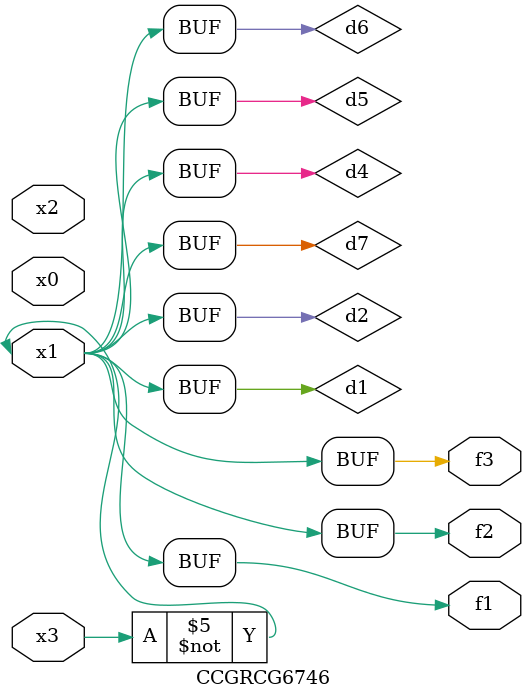
<source format=v>
module CCGRCG6746(
	input x0, x1, x2, x3,
	output f1, f2, f3
);

	wire d1, d2, d3, d4, d5, d6, d7;

	not (d1, x3);
	buf (d2, x1);
	xnor (d3, d1, d2);
	nor (d4, d1);
	buf (d5, d1, d2);
	buf (d6, d4, d5);
	nand (d7, d4);
	assign f1 = d6;
	assign f2 = d7;
	assign f3 = d6;
endmodule

</source>
